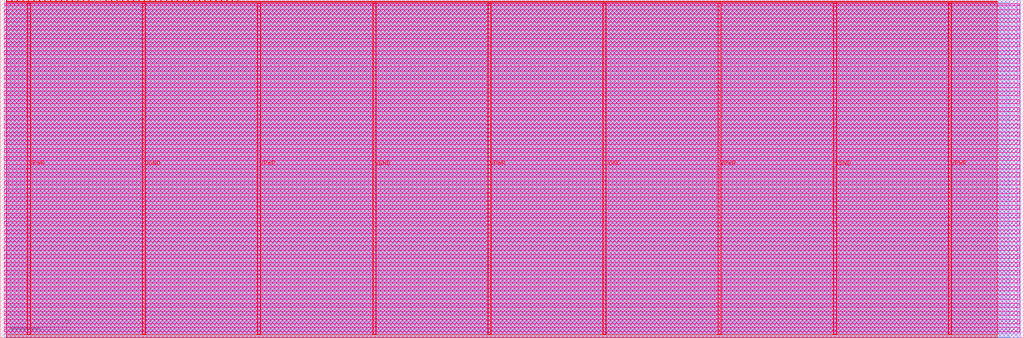
<source format=lef>
VERSION 5.7 ;
  NOWIREEXTENSIONATPIN ON ;
  DIVIDERCHAR "/" ;
  BUSBITCHARS "[]" ;
MACRO tt_um_enieman
  CLASS BLOCK ;
  FOREIGN tt_um_enieman ;
  ORIGIN 0.000 0.000 ;
  SIZE 682.640 BY 225.760 ;
  PIN VGND
    DIRECTION INOUT ;
    USE GROUND ;
    PORT
      LAYER met4 ;
        RECT 95.080 2.480 96.680 223.280 ;
    END
    PORT
      LAYER met4 ;
        RECT 248.680 2.480 250.280 223.280 ;
    END
    PORT
      LAYER met4 ;
        RECT 402.280 2.480 403.880 223.280 ;
    END
    PORT
      LAYER met4 ;
        RECT 555.880 2.480 557.480 223.280 ;
    END
  END VGND
  PIN VPWR
    DIRECTION INOUT ;
    USE POWER ;
    PORT
      LAYER met4 ;
        RECT 18.280 2.480 19.880 223.280 ;
    END
    PORT
      LAYER met4 ;
        RECT 171.880 2.480 173.480 223.280 ;
    END
    PORT
      LAYER met4 ;
        RECT 325.480 2.480 327.080 223.280 ;
    END
    PORT
      LAYER met4 ;
        RECT 479.080 2.480 480.680 223.280 ;
    END
    PORT
      LAYER met4 ;
        RECT 632.680 2.480 634.280 223.280 ;
    END
  END VPWR
  PIN clk
    DIRECTION INPUT ;
    USE SIGNAL ;
    ANTENNAGATEAREA 0.852000 ;
    PORT
      LAYER met4 ;
        RECT 154.870 224.760 155.170 225.760 ;
    END
  END clk
  PIN ena
    DIRECTION INPUT ;
    USE SIGNAL ;
    PORT
      LAYER met4 ;
        RECT 158.550 224.760 158.850 225.760 ;
    END
  END ena
  PIN rst_n
    DIRECTION INPUT ;
    USE SIGNAL ;
    ANTENNAGATEAREA 0.196500 ;
    PORT
      LAYER met4 ;
        RECT 151.190 224.760 151.490 225.760 ;
    END
  END rst_n
  PIN ui_in[0]
    DIRECTION INPUT ;
    USE SIGNAL ;
    PORT
      LAYER met4 ;
        RECT 147.510 224.760 147.810 225.760 ;
    END
  END ui_in[0]
  PIN ui_in[1]
    DIRECTION INPUT ;
    USE SIGNAL ;
    PORT
      LAYER met4 ;
        RECT 143.830 224.760 144.130 225.760 ;
    END
  END ui_in[1]
  PIN ui_in[2]
    DIRECTION INPUT ;
    USE SIGNAL ;
    ANTENNAGATEAREA 0.126000 ;
    PORT
      LAYER met4 ;
        RECT 140.150 224.760 140.450 225.760 ;
    END
  END ui_in[2]
  PIN ui_in[3]
    DIRECTION INPUT ;
    USE SIGNAL ;
    PORT
      LAYER met4 ;
        RECT 136.470 224.760 136.770 225.760 ;
    END
  END ui_in[3]
  PIN ui_in[4]
    DIRECTION INPUT ;
    USE SIGNAL ;
    PORT
      LAYER met4 ;
        RECT 132.790 224.760 133.090 225.760 ;
    END
  END ui_in[4]
  PIN ui_in[5]
    DIRECTION INPUT ;
    USE SIGNAL ;
    PORT
      LAYER met4 ;
        RECT 129.110 224.760 129.410 225.760 ;
    END
  END ui_in[5]
  PIN ui_in[6]
    DIRECTION INPUT ;
    USE SIGNAL ;
    PORT
      LAYER met4 ;
        RECT 125.430 224.760 125.730 225.760 ;
    END
  END ui_in[6]
  PIN ui_in[7]
    DIRECTION INPUT ;
    USE SIGNAL ;
    ANTENNAGATEAREA 0.196500 ;
    PORT
      LAYER met4 ;
        RECT 121.750 224.760 122.050 225.760 ;
    END
  END ui_in[7]
  PIN uio_in[0]
    DIRECTION INPUT ;
    USE SIGNAL ;
    PORT
      LAYER met4 ;
        RECT 118.070 224.760 118.370 225.760 ;
    END
  END uio_in[0]
  PIN uio_in[1]
    DIRECTION INPUT ;
    USE SIGNAL ;
    PORT
      LAYER met4 ;
        RECT 114.390 224.760 114.690 225.760 ;
    END
  END uio_in[1]
  PIN uio_in[2]
    DIRECTION INPUT ;
    USE SIGNAL ;
    PORT
      LAYER met4 ;
        RECT 110.710 224.760 111.010 225.760 ;
    END
  END uio_in[2]
  PIN uio_in[3]
    DIRECTION INPUT ;
    USE SIGNAL ;
    PORT
      LAYER met4 ;
        RECT 107.030 224.760 107.330 225.760 ;
    END
  END uio_in[3]
  PIN uio_in[4]
    DIRECTION INPUT ;
    USE SIGNAL ;
    PORT
      LAYER met4 ;
        RECT 103.350 224.760 103.650 225.760 ;
    END
  END uio_in[4]
  PIN uio_in[5]
    DIRECTION INPUT ;
    USE SIGNAL ;
    PORT
      LAYER met4 ;
        RECT 99.670 224.760 99.970 225.760 ;
    END
  END uio_in[5]
  PIN uio_in[6]
    DIRECTION INPUT ;
    USE SIGNAL ;
    PORT
      LAYER met4 ;
        RECT 95.990 224.760 96.290 225.760 ;
    END
  END uio_in[6]
  PIN uio_in[7]
    DIRECTION INPUT ;
    USE SIGNAL ;
    PORT
      LAYER met4 ;
        RECT 92.310 224.760 92.610 225.760 ;
    END
  END uio_in[7]
  PIN uio_oe[0]
    DIRECTION OUTPUT TRISTATE ;
    USE SIGNAL ;
    PORT
      LAYER met4 ;
        RECT 29.750 224.760 30.050 225.760 ;
    END
  END uio_oe[0]
  PIN uio_oe[1]
    DIRECTION OUTPUT TRISTATE ;
    USE SIGNAL ;
    PORT
      LAYER met4 ;
        RECT 26.070 224.760 26.370 225.760 ;
    END
  END uio_oe[1]
  PIN uio_oe[2]
    DIRECTION OUTPUT TRISTATE ;
    USE SIGNAL ;
    PORT
      LAYER met4 ;
        RECT 22.390 224.760 22.690 225.760 ;
    END
  END uio_oe[2]
  PIN uio_oe[3]
    DIRECTION OUTPUT TRISTATE ;
    USE SIGNAL ;
    PORT
      LAYER met4 ;
        RECT 18.710 224.760 19.010 225.760 ;
    END
  END uio_oe[3]
  PIN uio_oe[4]
    DIRECTION OUTPUT TRISTATE ;
    USE SIGNAL ;
    PORT
      LAYER met4 ;
        RECT 15.030 224.760 15.330 225.760 ;
    END
  END uio_oe[4]
  PIN uio_oe[5]
    DIRECTION OUTPUT TRISTATE ;
    USE SIGNAL ;
    PORT
      LAYER met4 ;
        RECT 11.350 224.760 11.650 225.760 ;
    END
  END uio_oe[5]
  PIN uio_oe[6]
    DIRECTION OUTPUT TRISTATE ;
    USE SIGNAL ;
    PORT
      LAYER met4 ;
        RECT 7.670 224.760 7.970 225.760 ;
    END
  END uio_oe[6]
  PIN uio_oe[7]
    DIRECTION OUTPUT TRISTATE ;
    USE SIGNAL ;
    PORT
      LAYER met4 ;
        RECT 3.990 224.760 4.290 225.760 ;
    END
  END uio_oe[7]
  PIN uio_out[0]
    DIRECTION OUTPUT TRISTATE ;
    USE SIGNAL ;
    PORT
      LAYER met4 ;
        RECT 59.190 224.760 59.490 225.760 ;
    END
  END uio_out[0]
  PIN uio_out[1]
    DIRECTION OUTPUT TRISTATE ;
    USE SIGNAL ;
    PORT
      LAYER met4 ;
        RECT 55.510 224.760 55.810 225.760 ;
    END
  END uio_out[1]
  PIN uio_out[2]
    DIRECTION OUTPUT TRISTATE ;
    USE SIGNAL ;
    PORT
      LAYER met4 ;
        RECT 51.830 224.760 52.130 225.760 ;
    END
  END uio_out[2]
  PIN uio_out[3]
    DIRECTION OUTPUT TRISTATE ;
    USE SIGNAL ;
    PORT
      LAYER met4 ;
        RECT 48.150 224.760 48.450 225.760 ;
    END
  END uio_out[3]
  PIN uio_out[4]
    DIRECTION OUTPUT TRISTATE ;
    USE SIGNAL ;
    PORT
      LAYER met4 ;
        RECT 44.470 224.760 44.770 225.760 ;
    END
  END uio_out[4]
  PIN uio_out[5]
    DIRECTION OUTPUT TRISTATE ;
    USE SIGNAL ;
    PORT
      LAYER met4 ;
        RECT 40.790 224.760 41.090 225.760 ;
    END
  END uio_out[5]
  PIN uio_out[6]
    DIRECTION OUTPUT TRISTATE ;
    USE SIGNAL ;
    PORT
      LAYER met4 ;
        RECT 37.110 224.760 37.410 225.760 ;
    END
  END uio_out[6]
  PIN uio_out[7]
    DIRECTION OUTPUT TRISTATE ;
    USE SIGNAL ;
    PORT
      LAYER met4 ;
        RECT 33.430 224.760 33.730 225.760 ;
    END
  END uio_out[7]
  PIN uo_out[0]
    DIRECTION OUTPUT TRISTATE ;
    USE SIGNAL ;
    PORT
      LAYER met4 ;
        RECT 88.630 224.760 88.930 225.760 ;
    END
  END uo_out[0]
  PIN uo_out[1]
    DIRECTION OUTPUT TRISTATE ;
    USE SIGNAL ;
    PORT
      LAYER met4 ;
        RECT 84.950 224.760 85.250 225.760 ;
    END
  END uo_out[1]
  PIN uo_out[2]
    DIRECTION OUTPUT TRISTATE ;
    USE SIGNAL ;
    ANTENNADIFFAREA 0.795200 ;
    PORT
      LAYER met4 ;
        RECT 81.270 224.760 81.570 225.760 ;
    END
  END uo_out[2]
  PIN uo_out[3]
    DIRECTION OUTPUT TRISTATE ;
    USE SIGNAL ;
    PORT
      LAYER met4 ;
        RECT 77.590 224.760 77.890 225.760 ;
    END
  END uo_out[3]
  PIN uo_out[4]
    DIRECTION OUTPUT TRISTATE ;
    USE SIGNAL ;
    ANTENNADIFFAREA 0.445500 ;
    PORT
      LAYER met4 ;
        RECT 73.910 224.760 74.210 225.760 ;
    END
  END uo_out[4]
  PIN uo_out[5]
    DIRECTION OUTPUT TRISTATE ;
    USE SIGNAL ;
    ANTENNADIFFAREA 0.445500 ;
    PORT
      LAYER met4 ;
        RECT 70.230 224.760 70.530 225.760 ;
    END
  END uo_out[5]
  PIN uo_out[6]
    DIRECTION OUTPUT TRISTATE ;
    USE SIGNAL ;
    ANTENNADIFFAREA 0.795200 ;
    PORT
      LAYER met4 ;
        RECT 66.550 224.760 66.850 225.760 ;
    END
  END uo_out[6]
  PIN uo_out[7]
    DIRECTION OUTPUT TRISTATE ;
    USE SIGNAL ;
    ANTENNADIFFAREA 0.795200 ;
    PORT
      LAYER met4 ;
        RECT 62.870 224.760 63.170 225.760 ;
    END
  END uo_out[7]
  OBS
      LAYER nwell ;
        RECT 2.570 221.625 680.070 223.230 ;
        RECT 2.570 216.185 680.070 219.015 ;
        RECT 2.570 210.745 680.070 213.575 ;
        RECT 2.570 205.305 680.070 208.135 ;
        RECT 2.570 199.865 680.070 202.695 ;
        RECT 2.570 194.425 680.070 197.255 ;
        RECT 2.570 188.985 680.070 191.815 ;
        RECT 2.570 183.545 680.070 186.375 ;
        RECT 2.570 178.105 680.070 180.935 ;
        RECT 2.570 172.665 680.070 175.495 ;
        RECT 2.570 167.225 680.070 170.055 ;
        RECT 2.570 161.785 680.070 164.615 ;
        RECT 2.570 156.345 680.070 159.175 ;
        RECT 2.570 150.905 680.070 153.735 ;
        RECT 2.570 145.465 680.070 148.295 ;
        RECT 2.570 140.025 680.070 142.855 ;
        RECT 2.570 134.585 680.070 137.415 ;
        RECT 2.570 129.145 680.070 131.975 ;
        RECT 2.570 123.705 680.070 126.535 ;
        RECT 2.570 118.265 680.070 121.095 ;
        RECT 2.570 112.825 680.070 115.655 ;
        RECT 2.570 107.385 680.070 110.215 ;
        RECT 2.570 101.945 680.070 104.775 ;
        RECT 2.570 96.505 680.070 99.335 ;
        RECT 2.570 91.065 680.070 93.895 ;
        RECT 2.570 85.625 680.070 88.455 ;
        RECT 2.570 80.185 680.070 83.015 ;
        RECT 2.570 74.745 680.070 77.575 ;
        RECT 2.570 69.305 680.070 72.135 ;
        RECT 2.570 63.865 680.070 66.695 ;
        RECT 2.570 58.425 680.070 61.255 ;
        RECT 2.570 52.985 680.070 55.815 ;
        RECT 2.570 47.545 680.070 50.375 ;
        RECT 2.570 42.105 680.070 44.935 ;
        RECT 2.570 36.665 680.070 39.495 ;
        RECT 2.570 31.225 680.070 34.055 ;
        RECT 2.570 25.785 680.070 28.615 ;
        RECT 2.570 20.345 680.070 23.175 ;
        RECT 2.570 14.905 680.070 17.735 ;
        RECT 2.570 9.465 680.070 12.295 ;
        RECT 2.570 4.025 680.070 6.855 ;
      LAYER li1 ;
        RECT 2.760 2.635 679.880 223.125 ;
      LAYER met1 ;
        RECT 2.760 0.040 680.180 225.720 ;
      LAYER met2 ;
        RECT 4.230 0.010 678.400 225.750 ;
      LAYER met3 ;
        RECT 3.950 0.175 672.915 224.225 ;
      LAYER met4 ;
        RECT 4.690 224.360 7.270 224.760 ;
        RECT 8.370 224.360 10.950 224.760 ;
        RECT 12.050 224.360 14.630 224.760 ;
        RECT 15.730 224.360 18.310 224.760 ;
        RECT 19.410 224.360 21.990 224.760 ;
        RECT 23.090 224.360 25.670 224.760 ;
        RECT 26.770 224.360 29.350 224.760 ;
        RECT 30.450 224.360 33.030 224.760 ;
        RECT 34.130 224.360 36.710 224.760 ;
        RECT 37.810 224.360 40.390 224.760 ;
        RECT 41.490 224.360 44.070 224.760 ;
        RECT 45.170 224.360 47.750 224.760 ;
        RECT 48.850 224.360 51.430 224.760 ;
        RECT 52.530 224.360 55.110 224.760 ;
        RECT 56.210 224.360 58.790 224.760 ;
        RECT 59.890 224.360 62.470 224.760 ;
        RECT 63.570 224.360 66.150 224.760 ;
        RECT 67.250 224.360 69.830 224.760 ;
        RECT 70.930 224.360 73.510 224.760 ;
        RECT 74.610 224.360 77.190 224.760 ;
        RECT 78.290 224.360 80.870 224.760 ;
        RECT 81.970 224.360 84.550 224.760 ;
        RECT 85.650 224.360 88.230 224.760 ;
        RECT 89.330 224.360 91.910 224.760 ;
        RECT 93.010 224.360 95.590 224.760 ;
        RECT 96.690 224.360 99.270 224.760 ;
        RECT 100.370 224.360 102.950 224.760 ;
        RECT 104.050 224.360 106.630 224.760 ;
        RECT 107.730 224.360 110.310 224.760 ;
        RECT 111.410 224.360 113.990 224.760 ;
        RECT 115.090 224.360 117.670 224.760 ;
        RECT 118.770 224.360 121.350 224.760 ;
        RECT 122.450 224.360 125.030 224.760 ;
        RECT 126.130 224.360 128.710 224.760 ;
        RECT 129.810 224.360 132.390 224.760 ;
        RECT 133.490 224.360 136.070 224.760 ;
        RECT 137.170 224.360 139.750 224.760 ;
        RECT 140.850 224.360 143.430 224.760 ;
        RECT 144.530 224.360 147.110 224.760 ;
        RECT 148.210 224.360 150.790 224.760 ;
        RECT 151.890 224.360 154.470 224.760 ;
        RECT 155.570 224.360 158.150 224.760 ;
        RECT 159.250 224.360 664.865 224.760 ;
        RECT 3.975 223.680 664.865 224.360 ;
        RECT 3.975 2.080 17.880 223.680 ;
        RECT 20.280 2.080 94.680 223.680 ;
        RECT 97.080 2.080 171.480 223.680 ;
        RECT 173.880 2.080 248.280 223.680 ;
        RECT 250.680 2.080 325.080 223.680 ;
        RECT 327.480 2.080 401.880 223.680 ;
        RECT 404.280 2.080 478.680 223.680 ;
        RECT 481.080 2.080 555.480 223.680 ;
        RECT 557.880 2.080 632.280 223.680 ;
        RECT 634.680 2.080 664.865 223.680 ;
        RECT 3.975 0.175 664.865 2.080 ;
  END
END tt_um_enieman
END LIBRARY


</source>
